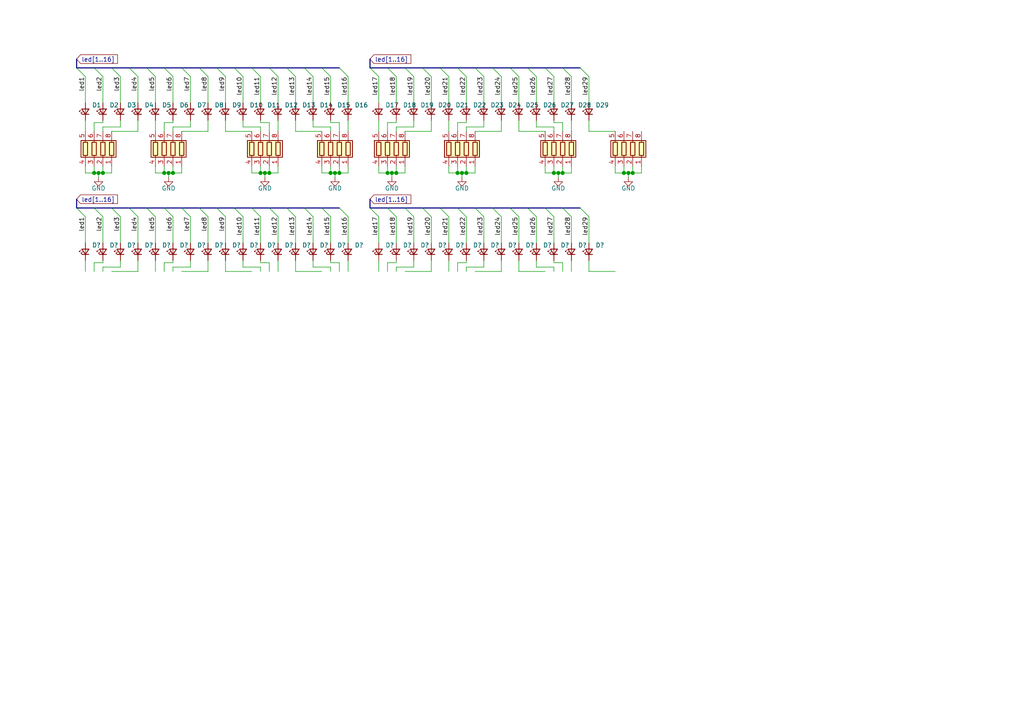
<source format=kicad_sch>
(kicad_sch (version 20201015) (generator eeschema)
  (paper "A4")
  (lib_symbols
    (symbol "Device:LED_Small" (pin_numbers hide) (pin_names (offset 0.254) hide)
      (property "Reference" "D" (at -1.27 3.175 0))
      (property "Value" "LED_Small" (at -4.445 -2.54 0))
      (symbol "LED_Small_0_1"
        (polyline (pts (xy -0.762 -1.016) (xy -0.762 1.016)) (stroke (width 0.254)))
        (polyline (pts (xy 1.016 0) (xy -0.762 0)))
        (polyline (pts (xy 0.762 -1.016) (xy -0.762 0) (xy 0.762 1.016) (xy 0.762 -1.016)) (stroke (width 0.254)))
        (polyline (pts (xy 0 0.762) (xy -0.508 1.27) (xy -0.254 1.27) (xy -0.508 1.27) (xy -0.508 1.016)))
        (polyline (pts (xy 0.508 1.27) (xy 0 1.778) (xy 0.254 1.778) (xy 0 1.778) (xy 0 1.524)))
      )
      (symbol "LED_Small_1_1"
        (pin passive line (at -2.54 0 0) (length 1.778) (name "K") (number "1"))
        (pin passive line (at 2.54 0 180) (length 1.778) (name "A") (number "2"))
      )
    )
    (symbol "Device:R_Pack04" (pin_names (offset 0) hide)
      (property "Reference" "RN" (at -7.62 0 90))
      (property "Value" "R_Pack04" (at 5.08 0 90))
      (symbol "R_Pack04_0_1"
        (rectangle (start -6.35 -2.413) (end 3.81 2.413) (stroke (width 0.254)) (fill (type background)))
        (rectangle (start -5.715 1.905) (end -4.445 -1.905) (stroke (width 0.254)))
        (rectangle (start -3.175 1.905) (end -1.905 -1.905) (stroke (width 0.254)))
        (rectangle (start -0.635 1.905) (end 0.635 -1.905) (stroke (width 0.254)))
        (rectangle (start 1.905 1.905) (end 3.175 -1.905) (stroke (width 0.254)))
        (polyline (pts (xy -5.08 -2.54) (xy -5.08 -1.905)))
        (polyline (pts (xy -5.08 1.905) (xy -5.08 2.54)))
        (polyline (pts (xy -2.54 -2.54) (xy -2.54 -1.905)))
        (polyline (pts (xy -2.54 1.905) (xy -2.54 2.54)))
        (polyline (pts (xy 0 -2.54) (xy 0 -1.905)))
        (polyline (pts (xy 0 1.905) (xy 0 2.54)))
        (polyline (pts (xy 2.54 -2.54) (xy 2.54 -1.905)))
        (polyline (pts (xy 2.54 1.905) (xy 2.54 2.54)))
      )
      (symbol "R_Pack04_1_1"
        (pin passive line (at -5.08 -5.08 90) (length 2.54) (name "R1.1") (number "1"))
        (pin passive line (at -2.54 -5.08 90) (length 2.54) (name "R2.1") (number "2"))
        (pin passive line (at 0 -5.08 90) (length 2.54) (name "R3.1") (number "3"))
        (pin passive line (at 2.54 -5.08 90) (length 2.54) (name "R4.1") (number "4"))
        (pin passive line (at 2.54 5.08 270) (length 2.54) (name "R4.2") (number "5"))
        (pin passive line (at 0 5.08 270) (length 2.54) (name "R3.2") (number "6"))
        (pin passive line (at -2.54 5.08 270) (length 2.54) (name "R2.2") (number "7"))
        (pin passive line (at -5.08 5.08 270) (length 2.54) (name "R1.2") (number "8"))
      )
    )
    (symbol "power:GND" (power) (pin_names (offset 0))
      (property "Value" "GND" (at 0 -3.81 0))
      (symbol "GND_0_1"
        (polyline (pts (xy 0 0) (xy 0 -1.27) (xy 1.27 -1.27) (xy 0 -2.54) (xy -1.27 -1.27) (xy 0 -1.27)))
      )
      (symbol "GND_1_1"
        (pin power_in line (at 0 0 270) (length 0) hide (name "GND") (number "1"))
      )
    )
  )
  (junction (at 27.305 50.165) (diameter 1.016))
  (junction (at 28.575 50.165) (diameter 1.016))
  (junction (at 29.845 50.165) (diameter 1.016))
  (junction (at 47.625 50.165) (diameter 1.016))
  (junction (at 48.895 50.165) (diameter 1.016))
  (junction (at 50.165 50.165) (diameter 1.016))
  (junction (at 75.565 50.165) (diameter 1.016))
  (junction (at 76.835 50.165) (diameter 1.016))
  (junction (at 78.105 50.165) (diameter 1.016))
  (junction (at 95.885 50.165) (diameter 1.016))
  (junction (at 97.155 50.165) (diameter 1.016))
  (junction (at 98.425 50.165) (diameter 1.016))
  (junction (at 112.395 50.165) (diameter 1.016))
  (junction (at 113.665 50.165) (diameter 1.016))
  (junction (at 114.935 50.165) (diameter 1.016))
  (junction (at 132.715 50.165) (diameter 1.016))
  (junction (at 133.985 50.165) (diameter 1.016))
  (junction (at 135.255 50.165) (diameter 1.016))
  (junction (at 160.655 50.165) (diameter 1.016))
  (junction (at 161.925 50.165) (diameter 1.016))
  (junction (at 163.195 50.165) (diameter 1.016))
  (junction (at 180.975 50.165) (diameter 1.016))
  (junction (at 182.245 50.165) (diameter 1.016))
  (junction (at 183.515 50.165) (diameter 1.016))
  (bus_entry (at 22.225 19.685) (size 2.54 2.54) (stroke (width 0.1524)))
  (bus_entry (at 22.225 60.325) (size 2.54 2.54) (stroke (width 0.1524)))
  (bus_entry (at 27.305 19.685) (size 2.54 2.54) (stroke (width 0.1524)))
  (bus_entry (at 27.305 60.325) (size 2.54 2.54) (stroke (width 0.1524)))
  (bus_entry (at 32.385 19.685) (size 2.54 2.54) (stroke (width 0.1524)))
  (bus_entry (at 32.385 60.325) (size 2.54 2.54) (stroke (width 0.1524)))
  (bus_entry (at 37.465 19.685) (size 2.54 2.54) (stroke (width 0.1524)))
  (bus_entry (at 37.465 60.325) (size 2.54 2.54) (stroke (width 0.1524)))
  (bus_entry (at 42.545 19.685) (size 2.54 2.54) (stroke (width 0.1524)))
  (bus_entry (at 42.545 60.325) (size 2.54 2.54) (stroke (width 0.1524)))
  (bus_entry (at 47.625 19.685) (size 2.54 2.54) (stroke (width 0.1524)))
  (bus_entry (at 47.625 60.325) (size 2.54 2.54) (stroke (width 0.1524)))
  (bus_entry (at 52.705 19.685) (size 2.54 2.54) (stroke (width 0.1524)))
  (bus_entry (at 52.705 60.325) (size 2.54 2.54) (stroke (width 0.1524)))
  (bus_entry (at 57.785 19.685) (size 2.54 2.54) (stroke (width 0.1524)))
  (bus_entry (at 57.785 60.325) (size 2.54 2.54) (stroke (width 0.1524)))
  (bus_entry (at 62.865 19.685) (size 2.54 2.54) (stroke (width 0.1524)))
  (bus_entry (at 62.865 60.325) (size 2.54 2.54) (stroke (width 0.1524)))
  (bus_entry (at 67.945 19.685) (size 2.54 2.54) (stroke (width 0.1524)))
  (bus_entry (at 67.945 60.325) (size 2.54 2.54) (stroke (width 0.1524)))
  (bus_entry (at 73.025 19.685) (size 2.54 2.54) (stroke (width 0.1524)))
  (bus_entry (at 73.025 60.325) (size 2.54 2.54) (stroke (width 0.1524)))
  (bus_entry (at 78.105 19.685) (size 2.54 2.54) (stroke (width 0.1524)))
  (bus_entry (at 78.105 60.325) (size 2.54 2.54) (stroke (width 0.1524)))
  (bus_entry (at 83.185 19.685) (size 2.54 2.54) (stroke (width 0.1524)))
  (bus_entry (at 83.185 60.325) (size 2.54 2.54) (stroke (width 0.1524)))
  (bus_entry (at 88.265 19.685) (size 2.54 2.54) (stroke (width 0.1524)))
  (bus_entry (at 88.265 60.325) (size 2.54 2.54) (stroke (width 0.1524)))
  (bus_entry (at 93.345 19.685) (size 2.54 2.54) (stroke (width 0.1524)))
  (bus_entry (at 93.345 60.325) (size 2.54 2.54) (stroke (width 0.1524)))
  (bus_entry (at 98.425 19.685) (size 2.54 2.54) (stroke (width 0.1524)))
  (bus_entry (at 98.425 60.325) (size 2.54 2.54) (stroke (width 0.1524)))
  (bus_entry (at 107.315 19.685) (size 2.54 2.54) (stroke (width 0.1524)))
  (bus_entry (at 107.315 60.325) (size 2.54 2.54) (stroke (width 0.1524)))
  (bus_entry (at 112.395 19.685) (size 2.54 2.54) (stroke (width 0.1524)))
  (bus_entry (at 112.395 60.325) (size 2.54 2.54) (stroke (width 0.1524)))
  (bus_entry (at 117.475 19.685) (size 2.54 2.54) (stroke (width 0.1524)))
  (bus_entry (at 117.475 60.325) (size 2.54 2.54) (stroke (width 0.1524)))
  (bus_entry (at 122.555 19.685) (size 2.54 2.54) (stroke (width 0.1524)))
  (bus_entry (at 122.555 60.325) (size 2.54 2.54) (stroke (width 0.1524)))
  (bus_entry (at 127.635 19.685) (size 2.54 2.54) (stroke (width 0.1524)))
  (bus_entry (at 127.635 60.325) (size 2.54 2.54) (stroke (width 0.1524)))
  (bus_entry (at 132.715 19.685) (size 2.54 2.54) (stroke (width 0.1524)))
  (bus_entry (at 132.715 60.325) (size 2.54 2.54) (stroke (width 0.1524)))
  (bus_entry (at 137.795 19.685) (size 2.54 2.54) (stroke (width 0.1524)))
  (bus_entry (at 137.795 60.325) (size 2.54 2.54) (stroke (width 0.1524)))
  (bus_entry (at 142.875 19.685) (size 2.54 2.54) (stroke (width 0.1524)))
  (bus_entry (at 142.875 60.325) (size 2.54 2.54) (stroke (width 0.1524)))
  (bus_entry (at 147.955 19.685) (size 2.54 2.54) (stroke (width 0.1524)))
  (bus_entry (at 147.955 60.325) (size 2.54 2.54) (stroke (width 0.1524)))
  (bus_entry (at 153.035 19.685) (size 2.54 2.54) (stroke (width 0.1524)))
  (bus_entry (at 153.035 60.325) (size 2.54 2.54) (stroke (width 0.1524)))
  (bus_entry (at 158.115 19.685) (size 2.54 2.54) (stroke (width 0.1524)))
  (bus_entry (at 158.115 60.325) (size 2.54 2.54) (stroke (width 0.1524)))
  (bus_entry (at 163.195 19.685) (size 2.54 2.54) (stroke (width 0.1524)))
  (bus_entry (at 163.195 60.325) (size 2.54 2.54) (stroke (width 0.1524)))
  (bus_entry (at 168.275 19.685) (size 2.54 2.54) (stroke (width 0.1524)))
  (bus_entry (at 168.275 60.325) (size 2.54 2.54) (stroke (width 0.1524)))
  (wire (pts (xy 24.765 22.225) (xy 24.765 29.845)))
  (wire (pts (xy 24.765 34.925) (xy 24.765 38.1)))
  (wire (pts (xy 24.765 50.165) (xy 24.765 48.26)))
  (wire (pts (xy 24.765 62.865) (xy 24.765 70.485)))
  (wire (pts (xy 24.765 75.565) (xy 24.765 78.74)))
  (wire (pts (xy 27.305 35.56) (xy 27.305 38.1)))
  (wire (pts (xy 27.305 48.26) (xy 27.305 50.165)))
  (wire (pts (xy 27.305 50.165) (xy 24.765 50.165)))
  (wire (pts (xy 27.305 76.2) (xy 27.305 78.74)))
  (wire (pts (xy 28.575 50.165) (xy 27.305 50.165)))
  (wire (pts (xy 28.575 50.165) (xy 29.845 50.165)))
  (wire (pts (xy 28.575 51.435) (xy 28.575 50.165)))
  (wire (pts (xy 29.845 22.225) (xy 29.845 29.845)))
  (wire (pts (xy 29.845 35.56) (xy 27.305 35.56)))
  (wire (pts (xy 29.845 35.56) (xy 29.845 34.925)))
  (wire (pts (xy 29.845 36.83) (xy 29.845 38.1)))
  (wire (pts (xy 29.845 48.26) (xy 29.845 50.165)))
  (wire (pts (xy 29.845 50.165) (xy 32.385 50.165)))
  (wire (pts (xy 29.845 62.865) (xy 29.845 70.485)))
  (wire (pts (xy 29.845 76.2) (xy 27.305 76.2)))
  (wire (pts (xy 29.845 76.2) (xy 29.845 75.565)))
  (wire (pts (xy 29.845 77.47) (xy 29.845 78.74)))
  (wire (pts (xy 32.385 38.1) (xy 40.005 38.1)))
  (wire (pts (xy 32.385 50.165) (xy 32.385 48.26)))
  (wire (pts (xy 32.385 78.74) (xy 40.005 78.74)))
  (wire (pts (xy 34.925 22.225) (xy 34.925 29.845)))
  (wire (pts (xy 34.925 34.925) (xy 34.925 36.83)))
  (wire (pts (xy 34.925 36.83) (xy 29.845 36.83)))
  (wire (pts (xy 34.925 62.865) (xy 34.925 70.485)))
  (wire (pts (xy 34.925 75.565) (xy 34.925 77.47)))
  (wire (pts (xy 34.925 77.47) (xy 29.845 77.47)))
  (wire (pts (xy 40.005 22.225) (xy 40.005 29.845)))
  (wire (pts (xy 40.005 38.1) (xy 40.005 34.925)))
  (wire (pts (xy 40.005 62.865) (xy 40.005 70.485)))
  (wire (pts (xy 40.005 78.74) (xy 40.005 75.565)))
  (wire (pts (xy 45.085 22.225) (xy 45.085 29.845)))
  (wire (pts (xy 45.085 34.925) (xy 45.085 38.1)))
  (wire (pts (xy 45.085 50.165) (xy 45.085 48.26)))
  (wire (pts (xy 45.085 62.865) (xy 45.085 70.485)))
  (wire (pts (xy 45.085 75.565) (xy 45.085 78.74)))
  (wire (pts (xy 47.625 35.56) (xy 50.165 35.56)))
  (wire (pts (xy 47.625 38.1) (xy 47.625 35.56)))
  (wire (pts (xy 47.625 48.26) (xy 47.625 50.165)))
  (wire (pts (xy 47.625 50.165) (xy 45.085 50.165)))
  (wire (pts (xy 47.625 76.2) (xy 50.165 76.2)))
  (wire (pts (xy 47.625 78.74) (xy 47.625 76.2)))
  (wire (pts (xy 48.895 50.165) (xy 47.625 50.165)))
  (wire (pts (xy 48.895 50.165) (xy 50.165 50.165)))
  (wire (pts (xy 48.895 51.435) (xy 48.895 50.165)))
  (wire (pts (xy 50.165 22.225) (xy 50.165 29.845)))
  (wire (pts (xy 50.165 35.56) (xy 50.165 34.925)))
  (wire (pts (xy 50.165 36.83) (xy 50.165 38.1)))
  (wire (pts (xy 50.165 48.26) (xy 50.165 50.165)))
  (wire (pts (xy 50.165 50.165) (xy 52.705 50.165)))
  (wire (pts (xy 50.165 62.865) (xy 50.165 70.485)))
  (wire (pts (xy 50.165 76.2) (xy 50.165 75.565)))
  (wire (pts (xy 50.165 77.47) (xy 50.165 78.74)))
  (wire (pts (xy 52.705 50.165) (xy 52.705 48.26)))
  (wire (pts (xy 55.245 22.225) (xy 55.245 29.845)))
  (wire (pts (xy 55.245 34.925) (xy 55.245 36.83)))
  (wire (pts (xy 55.245 36.83) (xy 50.165 36.83)))
  (wire (pts (xy 55.245 62.865) (xy 55.245 70.485)))
  (wire (pts (xy 55.245 75.565) (xy 55.245 77.47)))
  (wire (pts (xy 55.245 77.47) (xy 50.165 77.47)))
  (wire (pts (xy 60.325 22.225) (xy 60.325 29.845)))
  (wire (pts (xy 60.325 34.925) (xy 60.325 38.1)))
  (wire (pts (xy 60.325 38.1) (xy 52.705 38.1)))
  (wire (pts (xy 60.325 62.865) (xy 60.325 70.485)))
  (wire (pts (xy 60.325 75.565) (xy 60.325 78.74)))
  (wire (pts (xy 60.325 78.74) (xy 52.705 78.74)))
  (wire (pts (xy 65.405 22.225) (xy 65.405 29.845)))
  (wire (pts (xy 65.405 34.925) (xy 65.405 38.1)))
  (wire (pts (xy 65.405 38.1) (xy 73.025 38.1)))
  (wire (pts (xy 65.405 62.865) (xy 65.405 70.485)))
  (wire (pts (xy 65.405 75.565) (xy 65.405 78.74)))
  (wire (pts (xy 65.405 78.74) (xy 73.025 78.74)))
  (wire (pts (xy 70.485 22.225) (xy 70.485 29.845)))
  (wire (pts (xy 70.485 34.925) (xy 70.485 36.83)))
  (wire (pts (xy 70.485 36.83) (xy 75.565 36.83)))
  (wire (pts (xy 70.485 62.865) (xy 70.485 70.485)))
  (wire (pts (xy 70.485 75.565) (xy 70.485 77.47)))
  (wire (pts (xy 70.485 77.47) (xy 75.565 77.47)))
  (wire (pts (xy 73.025 50.165) (xy 73.025 48.26)))
  (wire (pts (xy 75.565 22.225) (xy 75.565 29.845)))
  (wire (pts (xy 75.565 34.925) (xy 75.565 35.56)))
  (wire (pts (xy 75.565 35.56) (xy 78.105 35.56)))
  (wire (pts (xy 75.565 36.83) (xy 75.565 38.1)))
  (wire (pts (xy 75.565 48.26) (xy 75.565 50.165)))
  (wire (pts (xy 75.565 50.165) (xy 73.025 50.165)))
  (wire (pts (xy 75.565 62.865) (xy 75.565 70.485)))
  (wire (pts (xy 75.565 75.565) (xy 75.565 76.2)))
  (wire (pts (xy 75.565 76.2) (xy 78.105 76.2)))
  (wire (pts (xy 75.565 77.47) (xy 75.565 78.74)))
  (wire (pts (xy 76.835 50.165) (xy 75.565 50.165)))
  (wire (pts (xy 76.835 50.165) (xy 78.105 50.165)))
  (wire (pts (xy 76.835 51.435) (xy 76.835 50.165)))
  (wire (pts (xy 78.105 35.56) (xy 78.105 38.1)))
  (wire (pts (xy 78.105 48.26) (xy 78.105 50.165)))
  (wire (pts (xy 78.105 50.165) (xy 80.645 50.165)))
  (wire (pts (xy 78.105 76.2) (xy 78.105 78.74)))
  (wire (pts (xy 80.645 22.225) (xy 80.645 29.845)))
  (wire (pts (xy 80.645 34.925) (xy 80.645 38.1)))
  (wire (pts (xy 80.645 50.165) (xy 80.645 48.26)))
  (wire (pts (xy 80.645 62.865) (xy 80.645 70.485)))
  (wire (pts (xy 80.645 75.565) (xy 80.645 78.74)))
  (wire (pts (xy 85.725 22.225) (xy 85.725 29.845)))
  (wire (pts (xy 85.725 34.925) (xy 85.725 38.1)))
  (wire (pts (xy 85.725 38.1) (xy 93.345 38.1)))
  (wire (pts (xy 85.725 62.865) (xy 85.725 70.485)))
  (wire (pts (xy 85.725 75.565) (xy 85.725 78.74)))
  (wire (pts (xy 85.725 78.74) (xy 93.345 78.74)))
  (wire (pts (xy 90.805 22.225) (xy 90.805 29.845)))
  (wire (pts (xy 90.805 34.925) (xy 90.805 36.83)))
  (wire (pts (xy 90.805 36.83) (xy 95.885 36.83)))
  (wire (pts (xy 90.805 62.865) (xy 90.805 70.485)))
  (wire (pts (xy 90.805 75.565) (xy 90.805 77.47)))
  (wire (pts (xy 90.805 77.47) (xy 95.885 77.47)))
  (wire (pts (xy 93.345 50.165) (xy 93.345 48.26)))
  (wire (pts (xy 95.885 22.225) (xy 95.885 29.845)))
  (wire (pts (xy 95.885 34.925) (xy 95.885 35.56)))
  (wire (pts (xy 95.885 35.56) (xy 98.425 35.56)))
  (wire (pts (xy 95.885 36.83) (xy 95.885 38.1)))
  (wire (pts (xy 95.885 48.26) (xy 95.885 50.165)))
  (wire (pts (xy 95.885 50.165) (xy 93.345 50.165)))
  (wire (pts (xy 95.885 62.865) (xy 95.885 70.485)))
  (wire (pts (xy 95.885 75.565) (xy 95.885 76.2)))
  (wire (pts (xy 95.885 76.2) (xy 98.425 76.2)))
  (wire (pts (xy 95.885 77.47) (xy 95.885 78.74)))
  (wire (pts (xy 97.155 50.165) (xy 95.885 50.165)))
  (wire (pts (xy 97.155 50.165) (xy 98.425 50.165)))
  (wire (pts (xy 97.155 51.435) (xy 97.155 50.165)))
  (wire (pts (xy 98.425 35.56) (xy 98.425 38.1)))
  (wire (pts (xy 98.425 48.26) (xy 98.425 50.165)))
  (wire (pts (xy 98.425 50.165) (xy 100.965 50.165)))
  (wire (pts (xy 98.425 76.2) (xy 98.425 78.74)))
  (wire (pts (xy 100.965 22.225) (xy 100.965 29.845)))
  (wire (pts (xy 100.965 34.925) (xy 100.965 38.1)))
  (wire (pts (xy 100.965 50.165) (xy 100.965 48.26)))
  (wire (pts (xy 100.965 62.865) (xy 100.965 70.485)))
  (wire (pts (xy 100.965 75.565) (xy 100.965 78.74)))
  (wire (pts (xy 109.855 22.225) (xy 109.855 29.845)))
  (wire (pts (xy 109.855 34.925) (xy 109.855 38.1)))
  (wire (pts (xy 109.855 50.165) (xy 109.855 48.26)))
  (wire (pts (xy 109.855 62.865) (xy 109.855 70.485)))
  (wire (pts (xy 109.855 75.565) (xy 109.855 78.74)))
  (wire (pts (xy 112.395 35.56) (xy 112.395 38.1)))
  (wire (pts (xy 112.395 48.26) (xy 112.395 50.165)))
  (wire (pts (xy 112.395 50.165) (xy 109.855 50.165)))
  (wire (pts (xy 112.395 76.2) (xy 112.395 78.74)))
  (wire (pts (xy 113.665 50.165) (xy 112.395 50.165)))
  (wire (pts (xy 113.665 50.165) (xy 114.935 50.165)))
  (wire (pts (xy 113.665 51.435) (xy 113.665 50.165)))
  (wire (pts (xy 114.935 22.225) (xy 114.935 29.845)))
  (wire (pts (xy 114.935 35.56) (xy 112.395 35.56)))
  (wire (pts (xy 114.935 35.56) (xy 114.935 34.925)))
  (wire (pts (xy 114.935 36.83) (xy 114.935 38.1)))
  (wire (pts (xy 114.935 48.26) (xy 114.935 50.165)))
  (wire (pts (xy 114.935 50.165) (xy 117.475 50.165)))
  (wire (pts (xy 114.935 62.865) (xy 114.935 70.485)))
  (wire (pts (xy 114.935 76.2) (xy 112.395 76.2)))
  (wire (pts (xy 114.935 76.2) (xy 114.935 75.565)))
  (wire (pts (xy 114.935 77.47) (xy 114.935 78.74)))
  (wire (pts (xy 117.475 38.1) (xy 125.095 38.1)))
  (wire (pts (xy 117.475 50.165) (xy 117.475 48.26)))
  (wire (pts (xy 117.475 78.74) (xy 125.095 78.74)))
  (wire (pts (xy 120.015 22.225) (xy 120.015 29.845)))
  (wire (pts (xy 120.015 34.925) (xy 120.015 36.83)))
  (wire (pts (xy 120.015 36.83) (xy 114.935 36.83)))
  (wire (pts (xy 120.015 62.865) (xy 120.015 70.485)))
  (wire (pts (xy 120.015 75.565) (xy 120.015 77.47)))
  (wire (pts (xy 120.015 77.47) (xy 114.935 77.47)))
  (wire (pts (xy 125.095 22.225) (xy 125.095 29.845)))
  (wire (pts (xy 125.095 38.1) (xy 125.095 34.925)))
  (wire (pts (xy 125.095 62.865) (xy 125.095 70.485)))
  (wire (pts (xy 125.095 78.74) (xy 125.095 75.565)))
  (wire (pts (xy 130.175 22.225) (xy 130.175 29.845)))
  (wire (pts (xy 130.175 34.925) (xy 130.175 38.1)))
  (wire (pts (xy 130.175 50.165) (xy 130.175 48.26)))
  (wire (pts (xy 130.175 62.865) (xy 130.175 70.485)))
  (wire (pts (xy 130.175 75.565) (xy 130.175 78.74)))
  (wire (pts (xy 132.715 35.56) (xy 135.255 35.56)))
  (wire (pts (xy 132.715 38.1) (xy 132.715 35.56)))
  (wire (pts (xy 132.715 48.26) (xy 132.715 50.165)))
  (wire (pts (xy 132.715 50.165) (xy 130.175 50.165)))
  (wire (pts (xy 132.715 76.2) (xy 135.255 76.2)))
  (wire (pts (xy 132.715 78.74) (xy 132.715 76.2)))
  (wire (pts (xy 133.985 50.165) (xy 132.715 50.165)))
  (wire (pts (xy 133.985 50.165) (xy 135.255 50.165)))
  (wire (pts (xy 133.985 51.435) (xy 133.985 50.165)))
  (wire (pts (xy 135.255 22.225) (xy 135.255 29.845)))
  (wire (pts (xy 135.255 35.56) (xy 135.255 34.925)))
  (wire (pts (xy 135.255 36.83) (xy 135.255 38.1)))
  (wire (pts (xy 135.255 48.26) (xy 135.255 50.165)))
  (wire (pts (xy 135.255 50.165) (xy 137.795 50.165)))
  (wire (pts (xy 135.255 62.865) (xy 135.255 70.485)))
  (wire (pts (xy 135.255 76.2) (xy 135.255 75.565)))
  (wire (pts (xy 135.255 77.47) (xy 135.255 78.74)))
  (wire (pts (xy 137.795 50.165) (xy 137.795 48.26)))
  (wire (pts (xy 140.335 22.225) (xy 140.335 29.845)))
  (wire (pts (xy 140.335 34.925) (xy 140.335 36.83)))
  (wire (pts (xy 140.335 36.83) (xy 135.255 36.83)))
  (wire (pts (xy 140.335 62.865) (xy 140.335 70.485)))
  (wire (pts (xy 140.335 75.565) (xy 140.335 77.47)))
  (wire (pts (xy 140.335 77.47) (xy 135.255 77.47)))
  (wire (pts (xy 145.415 22.225) (xy 145.415 29.845)))
  (wire (pts (xy 145.415 34.925) (xy 145.415 38.1)))
  (wire (pts (xy 145.415 38.1) (xy 137.795 38.1)))
  (wire (pts (xy 145.415 62.865) (xy 145.415 70.485)))
  (wire (pts (xy 145.415 75.565) (xy 145.415 78.74)))
  (wire (pts (xy 145.415 78.74) (xy 137.795 78.74)))
  (wire (pts (xy 150.495 22.225) (xy 150.495 29.845)))
  (wire (pts (xy 150.495 34.925) (xy 150.495 38.1)))
  (wire (pts (xy 150.495 38.1) (xy 158.115 38.1)))
  (wire (pts (xy 150.495 62.865) (xy 150.495 70.485)))
  (wire (pts (xy 150.495 75.565) (xy 150.495 78.74)))
  (wire (pts (xy 150.495 78.74) (xy 158.115 78.74)))
  (wire (pts (xy 155.575 22.225) (xy 155.575 29.845)))
  (wire (pts (xy 155.575 34.925) (xy 155.575 36.83)))
  (wire (pts (xy 155.575 36.83) (xy 160.655 36.83)))
  (wire (pts (xy 155.575 62.865) (xy 155.575 70.485)))
  (wire (pts (xy 155.575 75.565) (xy 155.575 77.47)))
  (wire (pts (xy 155.575 77.47) (xy 160.655 77.47)))
  (wire (pts (xy 158.115 50.165) (xy 158.115 48.26)))
  (wire (pts (xy 160.655 22.225) (xy 160.655 29.845)))
  (wire (pts (xy 160.655 34.925) (xy 160.655 35.56)))
  (wire (pts (xy 160.655 35.56) (xy 163.195 35.56)))
  (wire (pts (xy 160.655 36.83) (xy 160.655 38.1)))
  (wire (pts (xy 160.655 48.26) (xy 160.655 50.165)))
  (wire (pts (xy 160.655 50.165) (xy 158.115 50.165)))
  (wire (pts (xy 160.655 62.865) (xy 160.655 70.485)))
  (wire (pts (xy 160.655 75.565) (xy 160.655 76.2)))
  (wire (pts (xy 160.655 76.2) (xy 163.195 76.2)))
  (wire (pts (xy 160.655 77.47) (xy 160.655 78.74)))
  (wire (pts (xy 161.925 50.165) (xy 160.655 50.165)))
  (wire (pts (xy 161.925 50.165) (xy 163.195 50.165)))
  (wire (pts (xy 161.925 51.435) (xy 161.925 50.165)))
  (wire (pts (xy 163.195 35.56) (xy 163.195 38.1)))
  (wire (pts (xy 163.195 48.26) (xy 163.195 50.165)))
  (wire (pts (xy 163.195 50.165) (xy 165.735 50.165)))
  (wire (pts (xy 163.195 76.2) (xy 163.195 78.74)))
  (wire (pts (xy 165.735 22.225) (xy 165.735 29.845)))
  (wire (pts (xy 165.735 34.925) (xy 165.735 38.1)))
  (wire (pts (xy 165.735 50.165) (xy 165.735 48.26)))
  (wire (pts (xy 165.735 62.865) (xy 165.735 70.485)))
  (wire (pts (xy 165.735 75.565) (xy 165.735 78.74)))
  (wire (pts (xy 170.815 22.225) (xy 170.815 29.845)))
  (wire (pts (xy 170.815 34.925) (xy 170.815 38.1)))
  (wire (pts (xy 170.815 38.1) (xy 178.435 38.1)))
  (wire (pts (xy 170.815 62.865) (xy 170.815 70.485)))
  (wire (pts (xy 170.815 75.565) (xy 170.815 78.74)))
  (wire (pts (xy 170.815 78.74) (xy 178.435 78.74)))
  (wire (pts (xy 178.435 50.165) (xy 178.435 48.26)))
  (wire (pts (xy 180.975 48.26) (xy 180.975 50.165)))
  (wire (pts (xy 180.975 50.165) (xy 178.435 50.165)))
  (wire (pts (xy 182.245 50.165) (xy 180.975 50.165)))
  (wire (pts (xy 182.245 50.165) (xy 183.515 50.165)))
  (wire (pts (xy 182.245 51.435) (xy 182.245 50.165)))
  (wire (pts (xy 183.515 48.26) (xy 183.515 50.165)))
  (wire (pts (xy 183.515 50.165) (xy 186.055 50.165)))
  (wire (pts (xy 186.055 50.165) (xy 186.055 48.26)))
  (bus (pts (xy 22.225 17.145) (xy 22.225 19.685)))
  (bus (pts (xy 22.225 57.785) (xy 22.225 60.325)))
  (bus (pts (xy 27.305 19.685) (xy 22.225 19.685)))
  (bus (pts (xy 27.305 60.325) (xy 22.225 60.325)))
  (bus (pts (xy 32.385 19.685) (xy 27.305 19.685)))
  (bus (pts (xy 32.385 60.325) (xy 27.305 60.325)))
  (bus (pts (xy 37.465 19.685) (xy 32.385 19.685)))
  (bus (pts (xy 37.465 60.325) (xy 32.385 60.325)))
  (bus (pts (xy 42.545 19.685) (xy 37.465 19.685)))
  (bus (pts (xy 42.545 60.325) (xy 37.465 60.325)))
  (bus (pts (xy 47.625 19.685) (xy 42.545 19.685)))
  (bus (pts (xy 47.625 60.325) (xy 42.545 60.325)))
  (bus (pts (xy 52.705 19.685) (xy 47.625 19.685)))
  (bus (pts (xy 52.705 60.325) (xy 47.625 60.325)))
  (bus (pts (xy 57.785 19.685) (xy 52.705 19.685)))
  (bus (pts (xy 57.785 60.325) (xy 52.705 60.325)))
  (bus (pts (xy 62.865 19.685) (xy 57.785 19.685)))
  (bus (pts (xy 62.865 60.325) (xy 57.785 60.325)))
  (bus (pts (xy 67.945 19.685) (xy 62.865 19.685)))
  (bus (pts (xy 67.945 60.325) (xy 62.865 60.325)))
  (bus (pts (xy 73.025 19.685) (xy 67.945 19.685)))
  (bus (pts (xy 73.025 60.325) (xy 67.945 60.325)))
  (bus (pts (xy 78.105 19.685) (xy 73.025 19.685)))
  (bus (pts (xy 78.105 60.325) (xy 73.025 60.325)))
  (bus (pts (xy 83.185 19.685) (xy 78.105 19.685)))
  (bus (pts (xy 83.185 60.325) (xy 78.105 60.325)))
  (bus (pts (xy 88.265 19.685) (xy 83.185 19.685)))
  (bus (pts (xy 88.265 60.325) (xy 83.185 60.325)))
  (bus (pts (xy 93.345 19.685) (xy 88.265 19.685)))
  (bus (pts (xy 93.345 60.325) (xy 88.265 60.325)))
  (bus (pts (xy 98.425 19.685) (xy 93.345 19.685)))
  (bus (pts (xy 98.425 60.325) (xy 93.345 60.325)))
  (bus (pts (xy 107.315 17.145) (xy 107.315 19.685)))
  (bus (pts (xy 107.315 57.785) (xy 107.315 60.325)))
  (bus (pts (xy 112.395 19.685) (xy 107.315 19.685)))
  (bus (pts (xy 112.395 60.325) (xy 107.315 60.325)))
  (bus (pts (xy 117.475 19.685) (xy 112.395 19.685)))
  (bus (pts (xy 117.475 60.325) (xy 112.395 60.325)))
  (bus (pts (xy 122.555 19.685) (xy 117.475 19.685)))
  (bus (pts (xy 122.555 60.325) (xy 117.475 60.325)))
  (bus (pts (xy 127.635 19.685) (xy 122.555 19.685)))
  (bus (pts (xy 127.635 60.325) (xy 122.555 60.325)))
  (bus (pts (xy 132.715 19.685) (xy 127.635 19.685)))
  (bus (pts (xy 132.715 60.325) (xy 127.635 60.325)))
  (bus (pts (xy 137.795 19.685) (xy 132.715 19.685)))
  (bus (pts (xy 137.795 60.325) (xy 132.715 60.325)))
  (bus (pts (xy 142.875 19.685) (xy 137.795 19.685)))
  (bus (pts (xy 142.875 60.325) (xy 137.795 60.325)))
  (bus (pts (xy 147.955 19.685) (xy 142.875 19.685)))
  (bus (pts (xy 147.955 60.325) (xy 142.875 60.325)))
  (bus (pts (xy 153.035 19.685) (xy 147.955 19.685)))
  (bus (pts (xy 153.035 60.325) (xy 147.955 60.325)))
  (bus (pts (xy 158.115 19.685) (xy 153.035 19.685)))
  (bus (pts (xy 158.115 60.325) (xy 153.035 60.325)))
  (bus (pts (xy 163.195 19.685) (xy 158.115 19.685)))
  (bus (pts (xy 163.195 60.325) (xy 158.115 60.325)))
  (bus (pts (xy 168.275 19.685) (xy 163.195 19.685)))
  (bus (pts (xy 168.275 60.325) (xy 163.195 60.325)))
  (label "led1" (at 24.765 22.225 270))
  (label "led1" (at 24.765 62.865 270))
  (label "led2" (at 29.845 22.225 270))
  (label "led2" (at 29.845 62.865 270))
  (label "led3" (at 34.925 22.225 270))
  (label "led3" (at 34.925 62.865 270))
  (label "led4" (at 40.005 22.225 270))
  (label "led4" (at 40.005 62.865 270))
  (label "led5" (at 45.085 22.225 270))
  (label "led5" (at 45.085 62.865 270))
  (label "led6" (at 50.165 22.225 270))
  (label "led6" (at 50.165 62.865 270))
  (label "led7" (at 55.245 22.225 270))
  (label "led7" (at 55.245 62.865 270))
  (label "led8" (at 60.325 22.225 270))
  (label "led8" (at 60.325 62.865 270))
  (label "led9" (at 65.405 22.225 270))
  (label "led9" (at 65.405 62.865 270))
  (label "led10" (at 70.485 22.225 270))
  (label "led10" (at 70.485 62.865 270))
  (label "led11" (at 75.565 22.225 270))
  (label "led11" (at 75.565 62.865 270))
  (label "led12" (at 80.645 22.225 270))
  (label "led12" (at 80.645 62.865 270))
  (label "led13" (at 85.725 22.225 270))
  (label "led13" (at 85.725 62.865 270))
  (label "led14" (at 90.805 22.225 270))
  (label "led14" (at 90.805 62.865 270))
  (label "led15" (at 95.885 22.225 270))
  (label "led15" (at 95.885 62.865 270))
  (label "led16" (at 100.965 22.225 270))
  (label "led16" (at 100.965 62.865 270))
  (label "led17" (at 109.855 22.225 270))
  (label "led17" (at 109.855 62.865 270))
  (label "led18" (at 114.935 22.225 270))
  (label "led18" (at 114.935 62.865 270))
  (label "led19" (at 120.015 22.225 270))
  (label "led19" (at 120.015 62.865 270))
  (label "led20" (at 125.095 22.225 270))
  (label "led20" (at 125.095 62.865 270))
  (label "led21" (at 130.175 22.225 270))
  (label "led21" (at 130.175 62.865 270))
  (label "led22" (at 135.255 22.225 270))
  (label "led22" (at 135.255 62.865 270))
  (label "led23" (at 140.335 22.225 270))
  (label "led23" (at 140.335 62.865 270))
  (label "led24" (at 145.415 22.225 270))
  (label "led24" (at 145.415 62.865 270))
  (label "led25" (at 150.495 22.225 270))
  (label "led25" (at 150.495 62.865 270))
  (label "led26" (at 155.575 22.225 270))
  (label "led26" (at 155.575 62.865 270))
  (label "led27" (at 160.655 22.225 270))
  (label "led27" (at 160.655 62.865 270))
  (label "led28" (at 165.735 22.225 270))
  (label "led28" (at 165.735 62.865 270))
  (label "led29" (at 170.815 22.225 270))
  (label "led29" (at 170.815 62.865 270))
  (global_label "led[1..16]" (shape input) (at 22.225 17.145 0) (property "Intersheet References" "${INTERSHEET_REFS}" (effects hide)))
  (global_label "led[1..16]" (shape input) (at 22.225 57.785 0) (property "Intersheet References" "${INTERSHEET_REFS}" (effects hide)))
  (global_label "led[1..16]" (shape input) (at 107.315 17.145 0) (property "Intersheet References" "${INTERSHEET_REFS}" (effects hide)))
  (global_label "led[1..16]" (shape input) (at 107.315 57.785 0) (property "Intersheet References" "${INTERSHEET_REFS}" (effects hide)))
  (symbol (lib_id "power:GND") (at 28.575 51.435 0) (unit 1)
    (property "Reference" "#PWR0103" (effects hide))
    (property "Value" "GND" (at 28.575 54.61 0))
  )
  (symbol (lib_id "power:GND") (at 48.895 51.435 0) (unit 1)
    (property "Reference" "#PWR0104" (effects hide))
    (property "Value" "GND" (at 48.895 54.61 0))
  )
  (symbol (lib_id "power:GND") (at 76.835 51.435 0) (unit 1)
    (property "Reference" "#PWR0101" (effects hide))
    (property "Value" "GND" (at 76.835 54.61 0))
  )
  (symbol (lib_id "power:GND") (at 97.155 51.435 0) (unit 1)
    (property "Reference" "#PWR0102" (effects hide))
    (property "Value" "GND" (at 97.155 54.61 0))
  )
  (symbol (lib_id "power:GND") (at 113.665 51.435 0) (unit 1)
    (property "Reference" "#PWR01" (effects hide))
    (property "Value" "GND" (at 113.665 54.61 0))
  )
  (symbol (lib_id "power:GND") (at 133.985 51.435 0) (unit 1)
    (property "Reference" "#PWR02" (effects hide))
    (property "Value" "GND" (at 133.985 54.61 0))
  )
  (symbol (lib_id "power:GND") (at 161.925 51.435 0) (unit 1)
    (property "Reference" "#PWR03" (effects hide))
    (property "Value" "GND" (at 161.925 54.61 0))
  )
  (symbol (lib_id "power:GND") (at 182.245 51.435 0) (unit 1)
    (property "Reference" "#PWR04" (effects hide))
    (property "Value" "GND" (at 182.245 54.61 0))
  )
  (symbol (lib_id "Device:LED_Small") (at 24.765 32.385 90) (unit 1)
    (property "Reference" "D1" (at 26.67 30.48 90) (effects (justify right)))
    (property "Value" "LED_Small" (effects hide))
    (property "Footprint" "LED_SMD:LED_0402_1005Metric" (effects hide))
  )
  (symbol (lib_id "Device:LED_Small") (at 24.765 73.025 90) (unit 1)
    (property "Reference" "D?" (at 26.67 71.12 90) (effects (justify right)))
    (property "Value" "LED_Small" (effects hide))
    (property "Footprint" "LED_SMD:LED_0402_1005Metric" (effects hide))
  )
  (symbol (lib_id "Device:LED_Small") (at 29.845 32.385 90) (unit 1)
    (property "Reference" "D2" (at 31.75 30.48 90) (effects (justify right)))
    (property "Value" "LED_Small" (effects hide))
    (property "Footprint" "LED_SMD:LED_0402_1005Metric" (effects hide))
  )
  (symbol (lib_id "Device:LED_Small") (at 29.845 73.025 90) (unit 1)
    (property "Reference" "D?" (at 31.75 71.12 90) (effects (justify right)))
    (property "Value" "LED_Small" (effects hide))
    (property "Footprint" "LED_SMD:LED_0402_1005Metric" (effects hide))
  )
  (symbol (lib_id "Device:LED_Small") (at 34.925 32.385 90) (unit 1)
    (property "Reference" "D3" (at 36.83 30.48 90) (effects (justify right)))
    (property "Value" "LED_Small" (effects hide))
    (property "Footprint" "LED_SMD:LED_0402_1005Metric" (effects hide))
  )
  (symbol (lib_id "Device:LED_Small") (at 34.925 73.025 90) (unit 1)
    (property "Reference" "D?" (at 36.83 71.12 90) (effects (justify right)))
    (property "Value" "LED_Small" (effects hide))
    (property "Footprint" "LED_SMD:LED_0402_1005Metric" (effects hide))
  )
  (symbol (lib_id "Device:LED_Small") (at 40.005 32.385 90) (unit 1)
    (property "Reference" "D4" (at 41.91 30.48 90) (effects (justify right)))
    (property "Value" "LED_Small" (effects hide))
    (property "Footprint" "LED_SMD:LED_0402_1005Metric" (effects hide))
  )
  (symbol (lib_id "Device:LED_Small") (at 40.005 73.025 90) (unit 1)
    (property "Reference" "D?" (at 41.91 71.12 90) (effects (justify right)))
    (property "Value" "LED_Small" (effects hide))
    (property "Footprint" "LED_SMD:LED_0402_1005Metric" (effects hide))
  )
  (symbol (lib_id "Device:LED_Small") (at 45.085 32.385 90) (unit 1)
    (property "Reference" "D5" (at 46.99 30.48 90) (effects (justify right)))
    (property "Value" "LED_Small" (effects hide))
    (property "Footprint" "LED_SMD:LED_0402_1005Metric" (effects hide))
  )
  (symbol (lib_id "Device:LED_Small") (at 45.085 73.025 90) (unit 1)
    (property "Reference" "D?" (at 46.99 71.12 90) (effects (justify right)))
    (property "Value" "LED_Small" (effects hide))
    (property "Footprint" "LED_SMD:LED_0402_1005Metric" (effects hide))
  )
  (symbol (lib_id "Device:LED_Small") (at 50.165 32.385 90) (unit 1)
    (property "Reference" "D6" (at 52.07 30.48 90) (effects (justify right)))
    (property "Value" "LED_Small" (effects hide))
    (property "Footprint" "LED_SMD:LED_0402_1005Metric" (effects hide))
  )
  (symbol (lib_id "Device:LED_Small") (at 50.165 73.025 90) (unit 1)
    (property "Reference" "D?" (at 52.07 71.12 90) (effects (justify right)))
    (property "Value" "LED_Small" (effects hide))
    (property "Footprint" "LED_SMD:LED_0402_1005Metric" (effects hide))
  )
  (symbol (lib_id "Device:LED_Small") (at 55.245 32.385 90) (unit 1)
    (property "Reference" "D7" (at 57.15 30.48 90) (effects (justify right)))
    (property "Value" "LED_Small" (effects hide))
    (property "Footprint" "LED_SMD:LED_0402_1005Metric" (effects hide))
  )
  (symbol (lib_id "Device:LED_Small") (at 55.245 73.025 90) (unit 1)
    (property "Reference" "D?" (at 57.15 71.12 90) (effects (justify right)))
    (property "Value" "LED_Small" (effects hide))
    (property "Footprint" "LED_SMD:LED_0402_1005Metric" (effects hide))
  )
  (symbol (lib_id "Device:LED_Small") (at 60.325 32.385 90) (unit 1)
    (property "Reference" "D8" (at 62.23 30.48 90) (effects (justify right)))
    (property "Value" "LED_Small" (effects hide))
    (property "Footprint" "LED_SMD:LED_0402_1005Metric" (effects hide))
  )
  (symbol (lib_id "Device:LED_Small") (at 60.325 73.025 90) (unit 1)
    (property "Reference" "D?" (at 62.23 71.12 90) (effects (justify right)))
    (property "Value" "LED_Small" (effects hide))
    (property "Footprint" "LED_SMD:LED_0402_1005Metric" (effects hide))
  )
  (symbol (lib_id "Device:LED_Small") (at 65.405 32.385 90) (unit 1)
    (property "Reference" "D9" (at 67.31 30.48 90) (effects (justify right)))
    (property "Value" "LED_Small" (effects hide))
    (property "Footprint" "LED_SMD:LED_0402_1005Metric" (effects hide))
  )
  (symbol (lib_id "Device:LED_Small") (at 65.405 73.025 90) (unit 1)
    (property "Reference" "D?" (at 67.31 71.12 90) (effects (justify right)))
    (property "Value" "LED_Small" (effects hide))
    (property "Footprint" "LED_SMD:LED_0402_1005Metric" (effects hide))
  )
  (symbol (lib_id "Device:LED_Small") (at 70.485 32.385 90) (unit 1)
    (property "Reference" "D10" (at 72.39 30.48 90) (effects (justify right)))
    (property "Value" "LED_Small" (effects hide))
    (property "Footprint" "LED_SMD:LED_0402_1005Metric" (effects hide))
  )
  (symbol (lib_id "Device:LED_Small") (at 70.485 73.025 90) (unit 1)
    (property "Reference" "D?" (at 72.39 71.12 90) (effects (justify right)))
    (property "Value" "LED_Small" (effects hide))
    (property "Footprint" "LED_SMD:LED_0402_1005Metric" (effects hide))
  )
  (symbol (lib_id "Device:LED_Small") (at 75.565 32.385 90) (unit 1)
    (property "Reference" "D11" (at 77.47 30.48 90) (effects (justify right)))
    (property "Value" "LED_Small" (effects hide))
    (property "Footprint" "LED_SMD:LED_0402_1005Metric" (effects hide))
  )
  (symbol (lib_id "Device:LED_Small") (at 75.565 73.025 90) (unit 1)
    (property "Reference" "D?" (at 77.47 71.12 90) (effects (justify right)))
    (property "Value" "LED_Small" (effects hide))
    (property "Footprint" "LED_SMD:LED_0402_1005Metric" (effects hide))
  )
  (symbol (lib_id "Device:LED_Small") (at 80.645 32.385 90) (unit 1)
    (property "Reference" "D12" (at 82.55 30.48 90) (effects (justify right)))
    (property "Value" "LED_Small" (effects hide))
    (property "Footprint" "LED_SMD:LED_0402_1005Metric" (effects hide))
  )
  (symbol (lib_id "Device:LED_Small") (at 80.645 73.025 90) (unit 1)
    (property "Reference" "D?" (at 82.55 71.12 90) (effects (justify right)))
    (property "Value" "LED_Small" (effects hide))
    (property "Footprint" "LED_SMD:LED_0402_1005Metric" (effects hide))
  )
  (symbol (lib_id "Device:LED_Small") (at 85.725 32.385 90) (unit 1)
    (property "Reference" "D13" (at 87.63 30.48 90) (effects (justify right)))
    (property "Value" "LED_Small" (effects hide))
    (property "Footprint" "LED_SMD:LED_0402_1005Metric" (effects hide))
  )
  (symbol (lib_id "Device:LED_Small") (at 85.725 73.025 90) (unit 1)
    (property "Reference" "D?" (at 87.63 71.12 90) (effects (justify right)))
    (property "Value" "LED_Small" (effects hide))
    (property "Footprint" "LED_SMD:LED_0402_1005Metric" (effects hide))
  )
  (symbol (lib_id "Device:LED_Small") (at 90.805 32.385 90) (unit 1)
    (property "Reference" "D14" (at 92.71 30.48 90) (effects (justify right)))
    (property "Value" "LED_Small" (effects hide))
    (property "Footprint" "LED_SMD:LED_0402_1005Metric" (effects hide))
  )
  (symbol (lib_id "Device:LED_Small") (at 90.805 73.025 90) (unit 1)
    (property "Reference" "D?" (at 92.71 71.12 90) (effects (justify right)))
    (property "Value" "LED_Small" (effects hide))
    (property "Footprint" "LED_SMD:LED_0402_1005Metric" (effects hide))
  )
  (symbol (lib_id "Device:LED_Small") (at 95.885 32.385 90) (unit 1)
    (property "Reference" "D15" (at 97.79 30.48 90) (effects (justify right)))
    (property "Value" "LED_Small" (effects hide))
    (property "Footprint" "LED_SMD:LED_0402_1005Metric" (effects hide))
  )
  (symbol (lib_id "Device:LED_Small") (at 95.885 73.025 90) (unit 1)
    (property "Reference" "D?" (at 97.79 71.12 90) (effects (justify right)))
    (property "Value" "LED_Small" (effects hide))
    (property "Footprint" "LED_SMD:LED_0402_1005Metric" (effects hide))
  )
  (symbol (lib_id "Device:LED_Small") (at 100.965 32.385 90) (unit 1)
    (property "Reference" "D16" (at 102.87 30.48 90) (effects (justify right)))
    (property "Value" "LED_Small" (effects hide))
    (property "Footprint" "LED_SMD:LED_0402_1005Metric" (effects hide))
  )
  (symbol (lib_id "Device:LED_Small") (at 100.965 73.025 90) (unit 1)
    (property "Reference" "D?" (at 102.87 71.12 90) (effects (justify right)))
    (property "Value" "LED_Small" (effects hide))
    (property "Footprint" "LED_SMD:LED_0402_1005Metric" (effects hide))
  )
  (symbol (lib_id "Device:LED_Small") (at 109.855 32.385 90) (unit 1)
    (property "Reference" "D17" (at 111.76 30.48 90) (effects (justify right)))
    (property "Value" "LED_Small" (effects hide))
    (property "Footprint" "LED_SMD:LED_0402_1005Metric" (effects hide))
  )
  (symbol (lib_id "Device:LED_Small") (at 109.855 73.025 90) (unit 1)
    (property "Reference" "D?" (at 111.76 71.12 90) (effects (justify right)))
    (property "Value" "LED_Small" (effects hide))
    (property "Footprint" "LED_SMD:LED_0402_1005Metric" (effects hide))
  )
  (symbol (lib_id "Device:LED_Small") (at 114.935 32.385 90) (unit 1)
    (property "Reference" "D18" (at 116.84 30.48 90) (effects (justify right)))
    (property "Value" "LED_Small" (effects hide))
    (property "Footprint" "LED_SMD:LED_0402_1005Metric" (effects hide))
  )
  (symbol (lib_id "Device:LED_Small") (at 114.935 73.025 90) (unit 1)
    (property "Reference" "D?" (at 116.84 71.12 90) (effects (justify right)))
    (property "Value" "LED_Small" (effects hide))
    (property "Footprint" "LED_SMD:LED_0402_1005Metric" (effects hide))
  )
  (symbol (lib_id "Device:LED_Small") (at 120.015 32.385 90) (unit 1)
    (property "Reference" "D19" (at 121.92 30.48 90) (effects (justify right)))
    (property "Value" "LED_Small" (effects hide))
    (property "Footprint" "LED_SMD:LED_0402_1005Metric" (effects hide))
  )
  (symbol (lib_id "Device:LED_Small") (at 120.015 73.025 90) (unit 1)
    (property "Reference" "D?" (at 121.92 71.12 90) (effects (justify right)))
    (property "Value" "LED_Small" (effects hide))
    (property "Footprint" "LED_SMD:LED_0402_1005Metric" (effects hide))
  )
  (symbol (lib_id "Device:LED_Small") (at 125.095 32.385 90) (unit 1)
    (property "Reference" "D20" (at 127 30.48 90) (effects (justify right)))
    (property "Value" "LED_Small" (effects hide))
    (property "Footprint" "LED_SMD:LED_0402_1005Metric" (effects hide))
  )
  (symbol (lib_id "Device:LED_Small") (at 125.095 73.025 90) (unit 1)
    (property "Reference" "D?" (at 127 71.12 90) (effects (justify right)))
    (property "Value" "LED_Small" (effects hide))
    (property "Footprint" "LED_SMD:LED_0402_1005Metric" (effects hide))
  )
  (symbol (lib_id "Device:LED_Small") (at 130.175 32.385 90) (unit 1)
    (property "Reference" "D21" (at 132.08 30.48 90) (effects (justify right)))
    (property "Value" "LED_Small" (effects hide))
    (property "Footprint" "LED_SMD:LED_0402_1005Metric" (effects hide))
  )
  (symbol (lib_id "Device:LED_Small") (at 130.175 73.025 90) (unit 1)
    (property "Reference" "D?" (at 132.08 71.12 90) (effects (justify right)))
    (property "Value" "LED_Small" (effects hide))
    (property "Footprint" "LED_SMD:LED_0402_1005Metric" (effects hide))
  )
  (symbol (lib_id "Device:LED_Small") (at 135.255 32.385 90) (unit 1)
    (property "Reference" "D22" (at 137.16 30.48 90) (effects (justify right)))
    (property "Value" "LED_Small" (effects hide))
    (property "Footprint" "LED_SMD:LED_0402_1005Metric" (effects hide))
  )
  (symbol (lib_id "Device:LED_Small") (at 135.255 73.025 90) (unit 1)
    (property "Reference" "D?" (at 137.16 71.12 90) (effects (justify right)))
    (property "Value" "LED_Small" (effects hide))
    (property "Footprint" "LED_SMD:LED_0402_1005Metric" (effects hide))
  )
  (symbol (lib_id "Device:LED_Small") (at 140.335 32.385 90) (unit 1)
    (property "Reference" "D23" (at 142.24 30.48 90) (effects (justify right)))
    (property "Value" "LED_Small" (effects hide))
    (property "Footprint" "LED_SMD:LED_0402_1005Metric" (effects hide))
  )
  (symbol (lib_id "Device:LED_Small") (at 140.335 73.025 90) (unit 1)
    (property "Reference" "D?" (at 142.24 71.12 90) (effects (justify right)))
    (property "Value" "LED_Small" (effects hide))
    (property "Footprint" "LED_SMD:LED_0402_1005Metric" (effects hide))
  )
  (symbol (lib_id "Device:LED_Small") (at 145.415 32.385 90) (unit 1)
    (property "Reference" "D24" (at 147.32 30.48 90) (effects (justify right)))
    (property "Value" "LED_Small" (effects hide))
    (property "Footprint" "LED_SMD:LED_0402_1005Metric" (effects hide))
  )
  (symbol (lib_id "Device:LED_Small") (at 145.415 73.025 90) (unit 1)
    (property "Reference" "D?" (at 147.32 71.12 90) (effects (justify right)))
    (property "Value" "LED_Small" (effects hide))
    (property "Footprint" "LED_SMD:LED_0402_1005Metric" (effects hide))
  )
  (symbol (lib_id "Device:LED_Small") (at 150.495 32.385 90) (unit 1)
    (property "Reference" "D25" (at 152.4 30.48 90) (effects (justify right)))
    (property "Value" "LED_Small" (effects hide))
    (property "Footprint" "LED_SMD:LED_0402_1005Metric" (effects hide))
  )
  (symbol (lib_id "Device:LED_Small") (at 150.495 73.025 90) (unit 1)
    (property "Reference" "D?" (at 152.4 71.12 90) (effects (justify right)))
    (property "Value" "LED_Small" (effects hide))
    (property "Footprint" "LED_SMD:LED_0402_1005Metric" (effects hide))
  )
  (symbol (lib_id "Device:LED_Small") (at 155.575 32.385 90) (unit 1)
    (property "Reference" "D26" (at 157.48 30.48 90) (effects (justify right)))
    (property "Value" "LED_Small" (effects hide))
    (property "Footprint" "LED_SMD:LED_0402_1005Metric" (effects hide))
  )
  (symbol (lib_id "Device:LED_Small") (at 155.575 73.025 90) (unit 1)
    (property "Reference" "D?" (at 157.48 71.12 90) (effects (justify right)))
    (property "Value" "LED_Small" (effects hide))
    (property "Footprint" "LED_SMD:LED_0402_1005Metric" (effects hide))
  )
  (symbol (lib_id "Device:LED_Small") (at 160.655 32.385 90) (unit 1)
    (property "Reference" "D27" (at 162.56 30.48 90) (effects (justify right)))
    (property "Value" "LED_Small" (effects hide))
    (property "Footprint" "LED_SMD:LED_0402_1005Metric" (effects hide))
  )
  (symbol (lib_id "Device:LED_Small") (at 160.655 73.025 90) (unit 1)
    (property "Reference" "D?" (at 162.56 71.12 90) (effects (justify right)))
    (property "Value" "LED_Small" (effects hide))
    (property "Footprint" "LED_SMD:LED_0402_1005Metric" (effects hide))
  )
  (symbol (lib_id "Device:LED_Small") (at 165.735 32.385 90) (unit 1)
    (property "Reference" "D28" (at 167.64 30.48 90) (effects (justify right)))
    (property "Value" "LED_Small" (effects hide))
    (property "Footprint" "LED_SMD:LED_0402_1005Metric" (effects hide))
  )
  (symbol (lib_id "Device:LED_Small") (at 165.735 73.025 90) (unit 1)
    (property "Reference" "D?" (at 167.64 71.12 90) (effects (justify right)))
    (property "Value" "LED_Small" (effects hide))
    (property "Footprint" "LED_SMD:LED_0402_1005Metric" (effects hide))
  )
  (symbol (lib_id "Device:LED_Small") (at 170.815 32.385 90) (unit 1)
    (property "Reference" "D29" (at 172.72 30.48 90) (effects (justify right)))
    (property "Value" "LED_Small" (effects hide))
    (property "Footprint" "LED_SMD:LED_0402_1005Metric" (effects hide))
  )
  (symbol (lib_id "Device:LED_Small") (at 170.815 73.025 90) (unit 1)
    (property "Reference" "D?" (at 172.72 71.12 90) (effects (justify right)))
    (property "Value" "LED_Small" (effects hide))
    (property "Footprint" "LED_SMD:LED_0402_1005Metric" (effects hide))
  )
  (symbol (lib_id "Device:R_Pack04") (at 27.305 43.18 0) (mirror y) (unit 1)
    (property "Reference" "RN1" (effects hide))
    (property "Value" "R_Pack04" (effects hide))
    (property "Footprint" "Resistor_SMD:R_Array_Concave_4x0402" (effects hide))
  )
  (symbol (lib_id "Device:R_Pack04") (at 47.625 43.18 0) (mirror y) (unit 1)
    (property "Reference" "RN2" (effects hide))
    (property "Value" "R_Pack04" (effects hide))
    (property "Footprint" "Resistor_SMD:R_Array_Concave_4x0402" (effects hide))
  )
  (symbol (lib_id "Device:R_Pack04") (at 75.565 43.18 0) (mirror y) (unit 1)
    (property "Reference" "RN3" (effects hide))
    (property "Value" "R_Pack04" (effects hide))
    (property "Footprint" "Resistor_SMD:R_Array_Concave_4x0402" (effects hide))
  )
  (symbol (lib_id "Device:R_Pack04") (at 95.885 43.18 0) (mirror y) (unit 1)
    (property "Reference" "RN4" (effects hide))
    (property "Value" "R_Pack04" (effects hide))
    (property "Footprint" "Resistor_SMD:R_Array_Concave_4x0402" (effects hide))
  )
  (symbol (lib_id "Device:R_Pack04") (at 112.395 43.18 0) (mirror y) (unit 1)
    (property "Reference" "RN5" (effects hide))
    (property "Value" "R_Pack04" (effects hide))
    (property "Footprint" "Resistor_SMD:R_Array_Concave_4x0402" (effects hide))
  )
  (symbol (lib_id "Device:R_Pack04") (at 132.715 43.18 0) (mirror y) (unit 1)
    (property "Reference" "RN6" (effects hide))
    (property "Value" "R_Pack04" (effects hide))
    (property "Footprint" "Resistor_SMD:R_Array_Concave_4x0402" (effects hide))
  )
  (symbol (lib_id "Device:R_Pack04") (at 160.655 43.18 0) (mirror y) (unit 1)
    (property "Reference" "RN7" (effects hide))
    (property "Value" "R_Pack04" (effects hide))
    (property "Footprint" "Resistor_SMD:R_Array_Concave_4x0402" (effects hide))
  )
  (symbol (lib_id "Device:R_Pack04") (at 180.975 43.18 0) (mirror y) (unit 1)
    (property "Reference" "RN8" (effects hide))
    (property "Value" "R_Pack04" (effects hide))
    (property "Footprint" "Resistor_SMD:R_Array_Concave_4x0402" (effects hide))
  )
)
</source>
